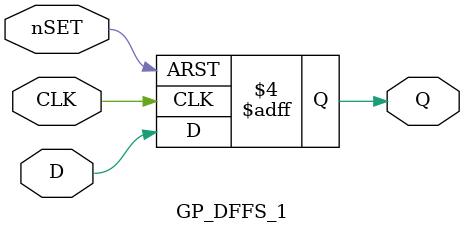
<source format=v>
module GP_DFFS_1(input D, CLK, nSET, output reg Q);
	parameter [0:0] INIT = 1'bx;
	initial Q = INIT;
	always @(posedge CLK, negedge nSET) begin
		if (!nSET)
			Q <= 1'b1;
		else
			Q <= D;
	end
endmodule
</source>
